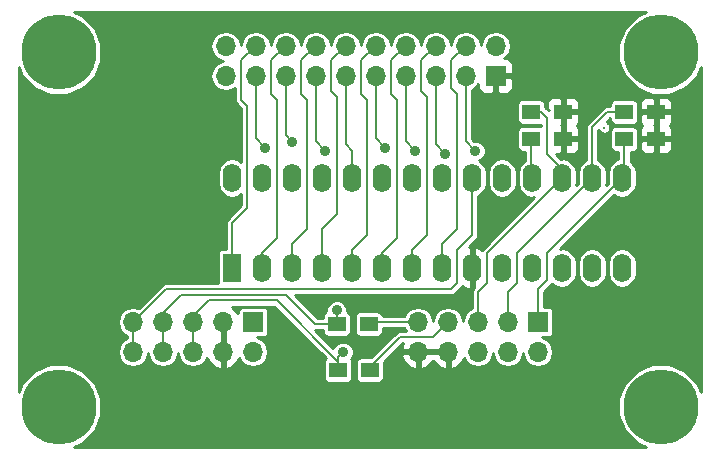
<source format=gbr>
G04 #@! TF.FileFunction,Copper,L1,Top,Signal*
%FSLAX46Y46*%
G04 Gerber Fmt 4.6, Leading zero omitted, Abs format (unit mm)*
G04 Created by KiCad (PCBNEW 4.0.5) date 05/28/17 11:37:27*
%MOMM*%
%LPD*%
G01*
G04 APERTURE LIST*
%ADD10C,0.150000*%
%ADD11R,1.500000X1.300000*%
%ADD12C,6.350000*%
%ADD13R,1.700000X1.700000*%
%ADD14O,1.700000X1.700000*%
%ADD15R,1.600000X2.400000*%
%ADD16O,1.600000X2.400000*%
%ADD17C,0.889000*%
%ADD18C,0.203200*%
%ADD19C,0.254000*%
G04 APERTURE END LIST*
D10*
D11*
X46722000Y-11336000D03*
X44022000Y-11336000D03*
X54596000Y-11336000D03*
X51896000Y-11336000D03*
X54596000Y-9050000D03*
X51896000Y-9050000D03*
X46722000Y-9050000D03*
X44022000Y-9050000D03*
X27550000Y-27000000D03*
X30250000Y-27000000D03*
X27650000Y-30900000D03*
X30350000Y-30900000D03*
D12*
X55000000Y-34000000D03*
D13*
X41000000Y-6000000D03*
D14*
X41000000Y-3460000D03*
X38460000Y-6000000D03*
X38460000Y-3460000D03*
X35920000Y-6000000D03*
X35920000Y-3460000D03*
X33380000Y-6000000D03*
X33380000Y-3460000D03*
X30840000Y-6000000D03*
X30840000Y-3460000D03*
X28300000Y-6000000D03*
X28300000Y-3460000D03*
X25760000Y-6000000D03*
X25760000Y-3460000D03*
X23220000Y-6000000D03*
X23220000Y-3460000D03*
X20680000Y-6000000D03*
X20680000Y-3460000D03*
X18140000Y-6000000D03*
X18140000Y-3460000D03*
D12*
X55000000Y-4000000D03*
X4000000Y-4000000D03*
X4000000Y-34000000D03*
D13*
X44610000Y-26830000D03*
D14*
X44610000Y-29370000D03*
X42070000Y-26830000D03*
X42070000Y-29370000D03*
X39530000Y-26830000D03*
X39530000Y-29370000D03*
X36990000Y-26830000D03*
X36990000Y-29370000D03*
X34450000Y-26830000D03*
X34450000Y-29370000D03*
D15*
X18702000Y-22258000D03*
D16*
X51722000Y-14638000D03*
X21242000Y-22258000D03*
X49182000Y-14638000D03*
X23782000Y-22258000D03*
X46642000Y-14638000D03*
X26322000Y-22258000D03*
X44102000Y-14638000D03*
X28862000Y-22258000D03*
X41562000Y-14638000D03*
X31402000Y-22258000D03*
X39022000Y-14638000D03*
X33942000Y-22258000D03*
X36482000Y-14638000D03*
X36482000Y-22258000D03*
X33942000Y-14638000D03*
X39022000Y-22258000D03*
X31402000Y-14638000D03*
X41562000Y-22258000D03*
X28862000Y-14638000D03*
X44102000Y-22258000D03*
X26322000Y-14638000D03*
X46642000Y-22258000D03*
X23782000Y-14638000D03*
X49182000Y-22258000D03*
X21242000Y-14638000D03*
X51722000Y-22258000D03*
X18702000Y-14638000D03*
D13*
X20480000Y-26830000D03*
D14*
X20480000Y-29370000D03*
X17940000Y-26830000D03*
X17940000Y-29370000D03*
X15400000Y-26830000D03*
X15400000Y-29370000D03*
X12860000Y-26830000D03*
X12860000Y-29370000D03*
X10320000Y-26830000D03*
X10320000Y-29370000D03*
D17*
X26576000Y-12352000D03*
X23782000Y-11590000D03*
X21496000Y-12098000D03*
X28100000Y-29370000D03*
X27550000Y-25856000D03*
X39276000Y-12352000D03*
X36736000Y-12606000D03*
X34196000Y-12352000D03*
X31656000Y-12098000D03*
D18*
X50198000Y-10367000D02*
X50151000Y-10320000D01*
X36482000Y-20226000D02*
X37752000Y-18956000D01*
X37752000Y-18956000D02*
X37752000Y-7526000D01*
X37752000Y-7526000D02*
X37244000Y-7018000D01*
X37244000Y-7018000D02*
X37244000Y-4676000D01*
X37244000Y-4676000D02*
X38460000Y-3460000D01*
X36482000Y-22258000D02*
X36482000Y-20226000D01*
X33942000Y-20734000D02*
X35212000Y-19464000D01*
X35212000Y-19464000D02*
X35212000Y-7780000D01*
X35212000Y-7780000D02*
X34704000Y-7272000D01*
X34704000Y-7272000D02*
X34704000Y-4676000D01*
X34704000Y-4676000D02*
X35920000Y-3460000D01*
X33942000Y-22258000D02*
X33942000Y-20734000D01*
X31402000Y-20988000D02*
X32672000Y-19718000D01*
X32672000Y-19718000D02*
X32672000Y-8034000D01*
X32672000Y-8034000D02*
X32164000Y-7526000D01*
X32164000Y-7526000D02*
X32164000Y-4676000D01*
X32164000Y-4676000D02*
X33380000Y-3460000D01*
X31402000Y-22258000D02*
X31402000Y-20988000D01*
X28862000Y-20734000D02*
X30132000Y-19464000D01*
X30132000Y-19464000D02*
X30132000Y-8034000D01*
X30132000Y-8034000D02*
X29624000Y-7526000D01*
X29624000Y-7526000D02*
X29624000Y-4676000D01*
X29624000Y-4676000D02*
X30840000Y-3460000D01*
X28862000Y-22258000D02*
X28862000Y-20734000D01*
X26322000Y-18956000D02*
X27592000Y-17686000D01*
X27592000Y-17686000D02*
X27592000Y-7780000D01*
X27592000Y-7780000D02*
X27084000Y-7272000D01*
X27084000Y-7272000D02*
X27084000Y-4676000D01*
X27084000Y-4676000D02*
X28300000Y-3460000D01*
X26322000Y-22258000D02*
X26322000Y-18956000D01*
X23782000Y-20226000D02*
X25052000Y-18956000D01*
X25052000Y-18956000D02*
X25052000Y-8034000D01*
X25052000Y-8034000D02*
X24544000Y-7526000D01*
X24544000Y-7526000D02*
X24544000Y-4676000D01*
X24544000Y-4676000D02*
X25760000Y-3460000D01*
X23782000Y-22258000D02*
X23782000Y-20226000D01*
X21242000Y-20988000D02*
X22512000Y-19718000D01*
X22512000Y-19718000D02*
X22512000Y-8034000D01*
X22512000Y-8034000D02*
X22004000Y-7526000D01*
X22004000Y-7526000D02*
X22004000Y-4676000D01*
X22004000Y-4676000D02*
X23220000Y-3460000D01*
X21242000Y-22258000D02*
X21242000Y-20988000D01*
X18702000Y-18448000D02*
X19972000Y-17178000D01*
X19972000Y-17178000D02*
X19972000Y-8542000D01*
X19972000Y-8542000D02*
X19464000Y-8034000D01*
X19464000Y-8034000D02*
X19464000Y-4676000D01*
X19464000Y-4676000D02*
X20680000Y-3460000D01*
X18702000Y-22258000D02*
X18702000Y-18448000D01*
X28300000Y-11790000D02*
X28862000Y-12352000D01*
X28862000Y-12352000D02*
X28862000Y-14638000D01*
X28300000Y-6000000D02*
X28300000Y-11790000D01*
X26576000Y-12352000D02*
X25760000Y-11536000D01*
X25760000Y-11536000D02*
X25760000Y-6000000D01*
X23220000Y-11028000D02*
X23220000Y-6000000D01*
X23782000Y-11590000D02*
X23220000Y-11028000D01*
X21496000Y-12098000D02*
X20680000Y-11282000D01*
X20680000Y-11282000D02*
X20680000Y-6000000D01*
X15400000Y-26830000D02*
X15400000Y-26322000D01*
X15400000Y-26322000D02*
X16720798Y-25001202D01*
X27650000Y-30190000D02*
X27650000Y-30900000D01*
X22461202Y-25001202D02*
X27650000Y-30190000D01*
X16720798Y-25001202D02*
X22461202Y-25001202D01*
X15400000Y-29370000D02*
X15400000Y-26830000D01*
X27650000Y-29820000D02*
X28100000Y-29370000D01*
X27650000Y-30900000D02*
X27650000Y-29820000D01*
X12860000Y-26830000D02*
X12860000Y-26068000D01*
X12860000Y-26068000D02*
X14384000Y-24544000D01*
X25730000Y-27000000D02*
X27550000Y-27000000D01*
X23274000Y-24544000D02*
X25730000Y-27000000D01*
X14384000Y-24544000D02*
X23274000Y-24544000D01*
X12860000Y-29370000D02*
X12860000Y-26830000D01*
X27550000Y-27000000D02*
X27550000Y-25856000D01*
X19210000Y-24036000D02*
X37244000Y-24036000D01*
X37244000Y-24036000D02*
X37752000Y-23528000D01*
X13114000Y-24036000D02*
X10320000Y-26830000D01*
X19210000Y-24036000D02*
X13114000Y-24036000D01*
X10320000Y-29370000D02*
X10320000Y-26830000D01*
X10320000Y-26830000D02*
X10320000Y-26576000D01*
X37752000Y-23528000D02*
X37752000Y-23274000D01*
X37752000Y-20734000D02*
X39022000Y-19464000D01*
X37752000Y-23274000D02*
X37752000Y-20734000D01*
X39022000Y-19464000D02*
X39022000Y-14638000D01*
X35720000Y-28100000D02*
X36990000Y-26830000D01*
X32926000Y-28100000D02*
X35720000Y-28100000D01*
X30350000Y-30676000D02*
X32926000Y-28100000D01*
X30350000Y-30900000D02*
X30350000Y-30676000D01*
X30420000Y-26830000D02*
X30250000Y-27000000D01*
X34450000Y-26830000D02*
X30420000Y-26830000D01*
X39276000Y-12352000D02*
X38460000Y-11536000D01*
X38460000Y-11536000D02*
X38460000Y-6000000D01*
X35920000Y-11790000D02*
X36736000Y-12606000D01*
X35920000Y-6000000D02*
X35920000Y-11790000D01*
X33380000Y-11536000D02*
X34196000Y-12352000D01*
X33380000Y-6000000D02*
X33380000Y-11536000D01*
X30840000Y-11282000D02*
X31656000Y-12098000D01*
X30840000Y-6000000D02*
X30840000Y-11282000D01*
X49182000Y-10320000D02*
X50452000Y-9050000D01*
X50452000Y-9050000D02*
X51896000Y-9050000D01*
X49182000Y-14638000D02*
X49182000Y-10320000D01*
X42070000Y-24290000D02*
X42832000Y-23528000D01*
X42832000Y-23528000D02*
X42832000Y-23274000D01*
X42070000Y-26830000D02*
X42070000Y-24290000D01*
X42832000Y-20988000D02*
X49182000Y-14638000D01*
X42832000Y-23274000D02*
X42832000Y-20988000D01*
X51896000Y-14464000D02*
X51722000Y-14638000D01*
X51896000Y-11336000D02*
X51896000Y-14464000D01*
X44610000Y-24036000D02*
X45372000Y-23274000D01*
X45372000Y-23274000D02*
X45372000Y-23020000D01*
X44610000Y-26830000D02*
X44610000Y-24036000D01*
X45372000Y-20988000D02*
X51722000Y-14638000D01*
X45372000Y-23020000D02*
X45372000Y-20988000D01*
X44022000Y-14558000D02*
X44102000Y-14638000D01*
X44022000Y-11336000D02*
X44022000Y-14558000D01*
X46642000Y-13876000D02*
X46642000Y-14638000D01*
X44864000Y-9050000D02*
X45372000Y-9558000D01*
X45372000Y-9558000D02*
X45372000Y-12606000D01*
X45372000Y-12606000D02*
X46642000Y-13876000D01*
X44022000Y-9050000D02*
X44864000Y-9050000D01*
X39530000Y-24290000D02*
X40292000Y-23528000D01*
X40292000Y-23528000D02*
X40292000Y-23020000D01*
X39530000Y-26830000D02*
X39530000Y-24290000D01*
X40292000Y-20988000D02*
X46642000Y-14638000D01*
X40292000Y-23020000D02*
X40292000Y-20988000D01*
D19*
G36*
X52959581Y-940521D02*
X51944087Y-1954245D01*
X51393828Y-3279416D01*
X51392576Y-4714289D01*
X51940521Y-6040419D01*
X52954245Y-7055913D01*
X54279416Y-7606172D01*
X55714289Y-7607424D01*
X57040419Y-7059479D01*
X58055913Y-6045755D01*
X58377700Y-5270806D01*
X58377700Y-32729736D01*
X58059479Y-31959581D01*
X57045755Y-30944087D01*
X55720584Y-30393828D01*
X54285711Y-30392576D01*
X52959581Y-30940521D01*
X51944087Y-31954245D01*
X51393828Y-33279416D01*
X51392576Y-34714289D01*
X51940521Y-36040419D01*
X52954245Y-37055913D01*
X53729194Y-37377700D01*
X5270264Y-37377700D01*
X6040419Y-37059479D01*
X7055913Y-36045755D01*
X7606172Y-34720584D01*
X7607424Y-33285711D01*
X7059479Y-31959581D01*
X6045755Y-30944087D01*
X4720584Y-30393828D01*
X3285711Y-30392576D01*
X1959581Y-30940521D01*
X944087Y-31954245D01*
X622300Y-32729194D01*
X622300Y-26804888D01*
X9038200Y-26804888D01*
X9038200Y-26855112D01*
X9135771Y-27345636D01*
X9413631Y-27761481D01*
X9786600Y-28010692D01*
X9786600Y-28189308D01*
X9413631Y-28438519D01*
X9135771Y-28854364D01*
X9038200Y-29344888D01*
X9038200Y-29395112D01*
X9135771Y-29885636D01*
X9413631Y-30301481D01*
X9829476Y-30579341D01*
X10320000Y-30676912D01*
X10810524Y-30579341D01*
X11226369Y-30301481D01*
X11504229Y-29885636D01*
X11590000Y-29454435D01*
X11675771Y-29885636D01*
X11953631Y-30301481D01*
X12369476Y-30579341D01*
X12860000Y-30676912D01*
X13350524Y-30579341D01*
X13766369Y-30301481D01*
X14044229Y-29885636D01*
X14130000Y-29454435D01*
X14215771Y-29885636D01*
X14493631Y-30301481D01*
X14909476Y-30579341D01*
X15400000Y-30676912D01*
X15890524Y-30579341D01*
X16306369Y-30301481D01*
X16577673Y-29895448D01*
X16744817Y-30251358D01*
X17173076Y-30641645D01*
X17583110Y-30811476D01*
X17813000Y-30690155D01*
X17813000Y-29497000D01*
X17793000Y-29497000D01*
X17793000Y-29243000D01*
X17813000Y-29243000D01*
X17813000Y-26957000D01*
X17793000Y-26957000D01*
X17793000Y-26703000D01*
X17813000Y-26703000D01*
X17813000Y-26683000D01*
X18067000Y-26683000D01*
X18067000Y-26703000D01*
X18087000Y-26703000D01*
X18087000Y-26957000D01*
X18067000Y-26957000D01*
X18067000Y-29243000D01*
X18087000Y-29243000D01*
X18087000Y-29497000D01*
X18067000Y-29497000D01*
X18067000Y-30690155D01*
X18296890Y-30811476D01*
X18706924Y-30641645D01*
X19135183Y-30251358D01*
X19302327Y-29895448D01*
X19573631Y-30301481D01*
X19989476Y-30579341D01*
X20480000Y-30676912D01*
X20970524Y-30579341D01*
X21386369Y-30301481D01*
X21664229Y-29885636D01*
X21761800Y-29395112D01*
X21761800Y-29344888D01*
X21664229Y-28854364D01*
X21386369Y-28438519D01*
X20970524Y-28160659D01*
X20767419Y-28120259D01*
X21330000Y-28120259D01*
X21490015Y-28090150D01*
X21636980Y-27995581D01*
X21735573Y-27851285D01*
X21770259Y-27680000D01*
X21770259Y-25980000D01*
X21740150Y-25819985D01*
X21645581Y-25673020D01*
X21501285Y-25574427D01*
X21330000Y-25539741D01*
X19630000Y-25539741D01*
X19469985Y-25569850D01*
X19323020Y-25664419D01*
X19224427Y-25808715D01*
X19189741Y-25980000D01*
X19189741Y-26064815D01*
X19135183Y-25948642D01*
X18706924Y-25558355D01*
X18649576Y-25534602D01*
X22240260Y-25534602D01*
X26621653Y-29915994D01*
X26593020Y-29934419D01*
X26494427Y-30078715D01*
X26459741Y-30250000D01*
X26459741Y-31550000D01*
X26489850Y-31710015D01*
X26584419Y-31856980D01*
X26728715Y-31955573D01*
X26900000Y-31990259D01*
X28400000Y-31990259D01*
X28560015Y-31960150D01*
X28706980Y-31865581D01*
X28805573Y-31721285D01*
X28840259Y-31550000D01*
X28840259Y-30250000D01*
X28810150Y-30089985D01*
X28735433Y-29973871D01*
X28842458Y-29867032D01*
X28976148Y-29545072D01*
X28976452Y-29196458D01*
X28843324Y-28874264D01*
X28597032Y-28627542D01*
X28275072Y-28493852D01*
X27926458Y-28493548D01*
X27604264Y-28626676D01*
X27357542Y-28872968D01*
X27278254Y-29063913D01*
X25747741Y-27533400D01*
X26359741Y-27533400D01*
X26359741Y-27650000D01*
X26389850Y-27810015D01*
X26484419Y-27956980D01*
X26628715Y-28055573D01*
X26800000Y-28090259D01*
X28300000Y-28090259D01*
X28460015Y-28060150D01*
X28606980Y-27965581D01*
X28705573Y-27821285D01*
X28740259Y-27650000D01*
X28740259Y-26350000D01*
X29059741Y-26350000D01*
X29059741Y-27650000D01*
X29089850Y-27810015D01*
X29184419Y-27956980D01*
X29328715Y-28055573D01*
X29500000Y-28090259D01*
X31000000Y-28090259D01*
X31160015Y-28060150D01*
X31306980Y-27965581D01*
X31405573Y-27821285D01*
X31440259Y-27650000D01*
X31440259Y-27363400D01*
X33277641Y-27363400D01*
X33413415Y-27566600D01*
X32926000Y-27566600D01*
X32721877Y-27607203D01*
X32548829Y-27722829D01*
X30461917Y-29809741D01*
X29600000Y-29809741D01*
X29439985Y-29839850D01*
X29293020Y-29934419D01*
X29194427Y-30078715D01*
X29159741Y-30250000D01*
X29159741Y-31550000D01*
X29189850Y-31710015D01*
X29284419Y-31856980D01*
X29428715Y-31955573D01*
X29600000Y-31990259D01*
X31100000Y-31990259D01*
X31260015Y-31960150D01*
X31406980Y-31865581D01*
X31505573Y-31721285D01*
X31540259Y-31550000D01*
X31540259Y-30250000D01*
X31538688Y-30241654D01*
X32053450Y-29726892D01*
X33008514Y-29726892D01*
X33254817Y-30251358D01*
X33683076Y-30641645D01*
X34093110Y-30811476D01*
X34323000Y-30690155D01*
X34323000Y-29497000D01*
X34577000Y-29497000D01*
X34577000Y-30690155D01*
X34806890Y-30811476D01*
X35216924Y-30641645D01*
X35645183Y-30251358D01*
X35720000Y-30092046D01*
X35794817Y-30251358D01*
X36223076Y-30641645D01*
X36633110Y-30811476D01*
X36863000Y-30690155D01*
X36863000Y-29497000D01*
X34577000Y-29497000D01*
X34323000Y-29497000D01*
X33129181Y-29497000D01*
X33008514Y-29726892D01*
X32053450Y-29726892D01*
X33146942Y-28633400D01*
X33186835Y-28633400D01*
X33008514Y-29013108D01*
X33129181Y-29243000D01*
X34323000Y-29243000D01*
X34323000Y-29223000D01*
X34577000Y-29223000D01*
X34577000Y-29243000D01*
X36863000Y-29243000D01*
X36863000Y-29223000D01*
X37117000Y-29223000D01*
X37117000Y-29243000D01*
X37137000Y-29243000D01*
X37137000Y-29497000D01*
X37117000Y-29497000D01*
X37117000Y-30690155D01*
X37346890Y-30811476D01*
X37756924Y-30641645D01*
X38185183Y-30251358D01*
X38352327Y-29895448D01*
X38623631Y-30301481D01*
X39039476Y-30579341D01*
X39530000Y-30676912D01*
X40020524Y-30579341D01*
X40436369Y-30301481D01*
X40714229Y-29885636D01*
X40800000Y-29454435D01*
X40885771Y-29885636D01*
X41163631Y-30301481D01*
X41579476Y-30579341D01*
X42070000Y-30676912D01*
X42560524Y-30579341D01*
X42976369Y-30301481D01*
X43254229Y-29885636D01*
X43340000Y-29454435D01*
X43425771Y-29885636D01*
X43703631Y-30301481D01*
X44119476Y-30579341D01*
X44610000Y-30676912D01*
X45100524Y-30579341D01*
X45516369Y-30301481D01*
X45794229Y-29885636D01*
X45891800Y-29395112D01*
X45891800Y-29344888D01*
X45794229Y-28854364D01*
X45516369Y-28438519D01*
X45100524Y-28160659D01*
X44897419Y-28120259D01*
X45460000Y-28120259D01*
X45620015Y-28090150D01*
X45766980Y-27995581D01*
X45865573Y-27851285D01*
X45900259Y-27680000D01*
X45900259Y-25980000D01*
X45870150Y-25819985D01*
X45775581Y-25673020D01*
X45631285Y-25574427D01*
X45460000Y-25539741D01*
X45143400Y-25539741D01*
X45143400Y-24256942D01*
X45749171Y-23651171D01*
X45797566Y-23578743D01*
X46170611Y-23828004D01*
X46642000Y-23921769D01*
X47113389Y-23828004D01*
X47513014Y-23560983D01*
X47780035Y-23161358D01*
X47873800Y-22689969D01*
X47873800Y-21826031D01*
X47950200Y-21826031D01*
X47950200Y-22689969D01*
X48043965Y-23161358D01*
X48310986Y-23560983D01*
X48710611Y-23828004D01*
X49182000Y-23921769D01*
X49653389Y-23828004D01*
X50053014Y-23560983D01*
X50320035Y-23161358D01*
X50413800Y-22689969D01*
X50413800Y-21826031D01*
X50490200Y-21826031D01*
X50490200Y-22689969D01*
X50583965Y-23161358D01*
X50850986Y-23560983D01*
X51250611Y-23828004D01*
X51722000Y-23921769D01*
X52193389Y-23828004D01*
X52593014Y-23560983D01*
X52860035Y-23161358D01*
X52953800Y-22689969D01*
X52953800Y-21826031D01*
X52860035Y-21354642D01*
X52593014Y-20955017D01*
X52193389Y-20687996D01*
X51722000Y-20594231D01*
X51250611Y-20687996D01*
X50850986Y-20955017D01*
X50583965Y-21354642D01*
X50490200Y-21826031D01*
X50413800Y-21826031D01*
X50320035Y-21354642D01*
X50053014Y-20955017D01*
X49653389Y-20687996D01*
X49182000Y-20594231D01*
X48710611Y-20687996D01*
X48310986Y-20955017D01*
X48043965Y-21354642D01*
X47950200Y-21826031D01*
X47873800Y-21826031D01*
X47780035Y-21354642D01*
X47513014Y-20955017D01*
X47113389Y-20687996D01*
X46642000Y-20594231D01*
X46489846Y-20624496D01*
X51044234Y-16070108D01*
X51250611Y-16208004D01*
X51722000Y-16301769D01*
X52193389Y-16208004D01*
X52593014Y-15940983D01*
X52860035Y-15541358D01*
X52953800Y-15069969D01*
X52953800Y-14206031D01*
X52860035Y-13734642D01*
X52593014Y-13335017D01*
X52429400Y-13225694D01*
X52429400Y-12426259D01*
X52646000Y-12426259D01*
X52806015Y-12396150D01*
X52952980Y-12301581D01*
X53051573Y-12157285D01*
X53086259Y-11986000D01*
X53086259Y-11621750D01*
X53211000Y-11621750D01*
X53211000Y-12112310D01*
X53307673Y-12345699D01*
X53486302Y-12524327D01*
X53719691Y-12621000D01*
X54310250Y-12621000D01*
X54469000Y-12462250D01*
X54469000Y-11463000D01*
X54723000Y-11463000D01*
X54723000Y-12462250D01*
X54881750Y-12621000D01*
X55472309Y-12621000D01*
X55705698Y-12524327D01*
X55884327Y-12345699D01*
X55981000Y-12112310D01*
X55981000Y-11621750D01*
X55822250Y-11463000D01*
X54723000Y-11463000D01*
X54469000Y-11463000D01*
X53369750Y-11463000D01*
X53211000Y-11621750D01*
X53086259Y-11621750D01*
X53086259Y-10686000D01*
X53056150Y-10525985D01*
X52961581Y-10379020D01*
X52817285Y-10280427D01*
X52646000Y-10245741D01*
X51146000Y-10245741D01*
X50985985Y-10275850D01*
X50839020Y-10370419D01*
X50740427Y-10514715D01*
X50705741Y-10686000D01*
X50705741Y-11986000D01*
X50735850Y-12146015D01*
X50830419Y-12292980D01*
X50974715Y-12391573D01*
X51146000Y-12426259D01*
X51362600Y-12426259D01*
X51362600Y-13045720D01*
X51250611Y-13067996D01*
X50850986Y-13335017D01*
X50583965Y-13734642D01*
X50490200Y-14206031D01*
X50490200Y-15069969D01*
X50497747Y-15107911D01*
X50383535Y-15222123D01*
X50413800Y-15069969D01*
X50413800Y-14206031D01*
X50320035Y-13734642D01*
X50053014Y-13335017D01*
X49715400Y-13109430D01*
X49715400Y-10609725D01*
X49773829Y-10697171D01*
X49820829Y-10744171D01*
X49993877Y-10859797D01*
X50198000Y-10900400D01*
X50402123Y-10859797D01*
X50575171Y-10744171D01*
X50690797Y-10571123D01*
X50731400Y-10367000D01*
X50690797Y-10162877D01*
X50575171Y-9989829D01*
X50528171Y-9942829D01*
X50399492Y-9856850D01*
X50672942Y-9583400D01*
X50705741Y-9583400D01*
X50705741Y-9700000D01*
X50735850Y-9860015D01*
X50830419Y-10006980D01*
X50974715Y-10105573D01*
X51146000Y-10140259D01*
X52646000Y-10140259D01*
X52806015Y-10110150D01*
X52952980Y-10015581D01*
X53051573Y-9871285D01*
X53086259Y-9700000D01*
X53086259Y-9335750D01*
X53211000Y-9335750D01*
X53211000Y-9826310D01*
X53307673Y-10059699D01*
X53440975Y-10193000D01*
X53307673Y-10326301D01*
X53211000Y-10559690D01*
X53211000Y-11050250D01*
X53369750Y-11209000D01*
X54469000Y-11209000D01*
X54469000Y-10209750D01*
X54452250Y-10193000D01*
X54469000Y-10176250D01*
X54469000Y-9177000D01*
X54723000Y-9177000D01*
X54723000Y-10176250D01*
X54739750Y-10193000D01*
X54723000Y-10209750D01*
X54723000Y-11209000D01*
X55822250Y-11209000D01*
X55981000Y-11050250D01*
X55981000Y-10559690D01*
X55884327Y-10326301D01*
X55751025Y-10193000D01*
X55884327Y-10059699D01*
X55981000Y-9826310D01*
X55981000Y-9335750D01*
X55822250Y-9177000D01*
X54723000Y-9177000D01*
X54469000Y-9177000D01*
X53369750Y-9177000D01*
X53211000Y-9335750D01*
X53086259Y-9335750D01*
X53086259Y-8400000D01*
X53062493Y-8273690D01*
X53211000Y-8273690D01*
X53211000Y-8764250D01*
X53369750Y-8923000D01*
X54469000Y-8923000D01*
X54469000Y-7923750D01*
X54723000Y-7923750D01*
X54723000Y-8923000D01*
X55822250Y-8923000D01*
X55981000Y-8764250D01*
X55981000Y-8273690D01*
X55884327Y-8040301D01*
X55705698Y-7861673D01*
X55472309Y-7765000D01*
X54881750Y-7765000D01*
X54723000Y-7923750D01*
X54469000Y-7923750D01*
X54310250Y-7765000D01*
X53719691Y-7765000D01*
X53486302Y-7861673D01*
X53307673Y-8040301D01*
X53211000Y-8273690D01*
X53062493Y-8273690D01*
X53056150Y-8239985D01*
X52961581Y-8093020D01*
X52817285Y-7994427D01*
X52646000Y-7959741D01*
X51146000Y-7959741D01*
X50985985Y-7989850D01*
X50839020Y-8084419D01*
X50740427Y-8228715D01*
X50705741Y-8400000D01*
X50705741Y-8516600D01*
X50452000Y-8516600D01*
X50247876Y-8557203D01*
X50074829Y-8672829D01*
X48804829Y-9942829D01*
X48689203Y-10115877D01*
X48648600Y-10320000D01*
X48648600Y-13109430D01*
X48310986Y-13335017D01*
X48043965Y-13734642D01*
X47950200Y-14206031D01*
X47950200Y-15069969D01*
X47957747Y-15107911D01*
X47843535Y-15222123D01*
X47873800Y-15069969D01*
X47873800Y-14206031D01*
X47780035Y-13734642D01*
X47513014Y-13335017D01*
X47113389Y-13067996D01*
X46642000Y-12974231D01*
X46519033Y-12998691D01*
X46141342Y-12621000D01*
X46436250Y-12621000D01*
X46595000Y-12462250D01*
X46595000Y-11463000D01*
X46849000Y-11463000D01*
X46849000Y-12462250D01*
X47007750Y-12621000D01*
X47598309Y-12621000D01*
X47831698Y-12524327D01*
X48010327Y-12345699D01*
X48107000Y-12112310D01*
X48107000Y-11621750D01*
X47948250Y-11463000D01*
X46849000Y-11463000D01*
X46595000Y-11463000D01*
X46575000Y-11463000D01*
X46575000Y-11209000D01*
X46595000Y-11209000D01*
X46595000Y-10209750D01*
X46578250Y-10193000D01*
X46595000Y-10176250D01*
X46595000Y-9177000D01*
X46849000Y-9177000D01*
X46849000Y-10176250D01*
X46865750Y-10193000D01*
X46849000Y-10209750D01*
X46849000Y-11209000D01*
X47948250Y-11209000D01*
X48107000Y-11050250D01*
X48107000Y-10559690D01*
X48010327Y-10326301D01*
X47877025Y-10193000D01*
X48010327Y-10059699D01*
X48107000Y-9826310D01*
X48107000Y-9335750D01*
X47948250Y-9177000D01*
X46849000Y-9177000D01*
X46595000Y-9177000D01*
X46575000Y-9177000D01*
X46575000Y-8923000D01*
X46595000Y-8923000D01*
X46595000Y-7923750D01*
X46849000Y-7923750D01*
X46849000Y-8923000D01*
X47948250Y-8923000D01*
X48107000Y-8764250D01*
X48107000Y-8273690D01*
X48010327Y-8040301D01*
X47831698Y-7861673D01*
X47598309Y-7765000D01*
X47007750Y-7765000D01*
X46849000Y-7923750D01*
X46595000Y-7923750D01*
X46436250Y-7765000D01*
X45845691Y-7765000D01*
X45612302Y-7861673D01*
X45433673Y-8040301D01*
X45337000Y-8273690D01*
X45337000Y-8764250D01*
X45495748Y-8922998D01*
X45491340Y-8922998D01*
X45241171Y-8672829D01*
X45212259Y-8653511D01*
X45212259Y-8400000D01*
X45182150Y-8239985D01*
X45087581Y-8093020D01*
X44943285Y-7994427D01*
X44772000Y-7959741D01*
X43272000Y-7959741D01*
X43111985Y-7989850D01*
X42965020Y-8084419D01*
X42866427Y-8228715D01*
X42831741Y-8400000D01*
X42831741Y-9700000D01*
X42861850Y-9860015D01*
X42956419Y-10006980D01*
X43100715Y-10105573D01*
X43272000Y-10140259D01*
X44772000Y-10140259D01*
X44838600Y-10127727D01*
X44838600Y-10259228D01*
X44772000Y-10245741D01*
X43272000Y-10245741D01*
X43111985Y-10275850D01*
X42965020Y-10370419D01*
X42866427Y-10514715D01*
X42831741Y-10686000D01*
X42831741Y-11986000D01*
X42861850Y-12146015D01*
X42956419Y-12292980D01*
X43100715Y-12391573D01*
X43272000Y-12426259D01*
X43488600Y-12426259D01*
X43488600Y-13162885D01*
X43230986Y-13335017D01*
X42963965Y-13734642D01*
X42870200Y-14206031D01*
X42870200Y-15069969D01*
X42963965Y-15541358D01*
X43230986Y-15940983D01*
X43630611Y-16208004D01*
X44102000Y-16301769D01*
X44254154Y-16271504D01*
X39914829Y-20610829D01*
X39853613Y-20702445D01*
X39453819Y-20483633D01*
X39371039Y-20466096D01*
X39149000Y-20588085D01*
X39149000Y-22131000D01*
X39169000Y-22131000D01*
X39169000Y-22385000D01*
X39149000Y-22385000D01*
X39149000Y-23918560D01*
X39037203Y-24085877D01*
X38996600Y-24290000D01*
X38996600Y-25649308D01*
X38623631Y-25898519D01*
X38345771Y-26314364D01*
X38260000Y-26745565D01*
X38174229Y-26314364D01*
X37896369Y-25898519D01*
X37480524Y-25620659D01*
X36990000Y-25523088D01*
X36499476Y-25620659D01*
X36083631Y-25898519D01*
X35805771Y-26314364D01*
X35720000Y-26745565D01*
X35634229Y-26314364D01*
X35356369Y-25898519D01*
X34940524Y-25620659D01*
X34450000Y-25523088D01*
X33959476Y-25620659D01*
X33543631Y-25898519D01*
X33277641Y-26296600D01*
X31430211Y-26296600D01*
X31410150Y-26189985D01*
X31315581Y-26043020D01*
X31171285Y-25944427D01*
X31000000Y-25909741D01*
X29500000Y-25909741D01*
X29339985Y-25939850D01*
X29193020Y-26034419D01*
X29094427Y-26178715D01*
X29059741Y-26350000D01*
X28740259Y-26350000D01*
X28710150Y-26189985D01*
X28615581Y-26043020D01*
X28471285Y-25944427D01*
X28426232Y-25935303D01*
X28426452Y-25682458D01*
X28293324Y-25360264D01*
X28047032Y-25113542D01*
X27725072Y-24979852D01*
X27376458Y-24979548D01*
X27054264Y-25112676D01*
X26807542Y-25358968D01*
X26673852Y-25680928D01*
X26673632Y-25933519D01*
X26639985Y-25939850D01*
X26493020Y-26034419D01*
X26394427Y-26178715D01*
X26359741Y-26350000D01*
X26359741Y-26466600D01*
X25950941Y-26466600D01*
X24053742Y-24569400D01*
X37244000Y-24569400D01*
X37448123Y-24528797D01*
X37621171Y-24413171D01*
X38129168Y-23905173D01*
X38129171Y-23905171D01*
X38190387Y-23813555D01*
X38590181Y-24032367D01*
X38672961Y-24049904D01*
X38895000Y-23927915D01*
X38895000Y-22385000D01*
X38875000Y-22385000D01*
X38875000Y-22131000D01*
X38895000Y-22131000D01*
X38895000Y-20588085D01*
X38738331Y-20502011D01*
X39399171Y-19841171D01*
X39514797Y-19668124D01*
X39555400Y-19464000D01*
X39555400Y-16166570D01*
X39893014Y-15940983D01*
X40160035Y-15541358D01*
X40253800Y-15069969D01*
X40253800Y-14206031D01*
X40330200Y-14206031D01*
X40330200Y-15069969D01*
X40423965Y-15541358D01*
X40690986Y-15940983D01*
X41090611Y-16208004D01*
X41562000Y-16301769D01*
X42033389Y-16208004D01*
X42433014Y-15940983D01*
X42700035Y-15541358D01*
X42793800Y-15069969D01*
X42793800Y-14206031D01*
X42700035Y-13734642D01*
X42433014Y-13335017D01*
X42033389Y-13067996D01*
X41562000Y-12974231D01*
X41090611Y-13067996D01*
X40690986Y-13335017D01*
X40423965Y-13734642D01*
X40330200Y-14206031D01*
X40253800Y-14206031D01*
X40160035Y-13734642D01*
X39893014Y-13335017D01*
X39625017Y-13155947D01*
X39771736Y-13095324D01*
X40018458Y-12849032D01*
X40152148Y-12527072D01*
X40152452Y-12178458D01*
X40019324Y-11856264D01*
X39773032Y-11609542D01*
X39451072Y-11475852D01*
X39153935Y-11475593D01*
X38993400Y-11315058D01*
X38993400Y-7180692D01*
X39366369Y-6931481D01*
X39515000Y-6709040D01*
X39515000Y-6976309D01*
X39611673Y-7209698D01*
X39790301Y-7388327D01*
X40023690Y-7485000D01*
X40714250Y-7485000D01*
X40873000Y-7326250D01*
X40873000Y-6127000D01*
X41127000Y-6127000D01*
X41127000Y-7326250D01*
X41285750Y-7485000D01*
X41976310Y-7485000D01*
X42209699Y-7388327D01*
X42388327Y-7209698D01*
X42485000Y-6976309D01*
X42485000Y-6285750D01*
X42326250Y-6127000D01*
X41127000Y-6127000D01*
X40873000Y-6127000D01*
X40853000Y-6127000D01*
X40853000Y-5873000D01*
X40873000Y-5873000D01*
X40873000Y-5853000D01*
X41127000Y-5853000D01*
X41127000Y-5873000D01*
X42326250Y-5873000D01*
X42485000Y-5714250D01*
X42485000Y-5023691D01*
X42388327Y-4790302D01*
X42209699Y-4611673D01*
X41976310Y-4515000D01*
X41721511Y-4515000D01*
X41906369Y-4391481D01*
X42184229Y-3975636D01*
X42281800Y-3485112D01*
X42281800Y-3434888D01*
X42184229Y-2944364D01*
X41906369Y-2528519D01*
X41490524Y-2250659D01*
X41000000Y-2153088D01*
X40509476Y-2250659D01*
X40093631Y-2528519D01*
X39815771Y-2944364D01*
X39730000Y-3375565D01*
X39644229Y-2944364D01*
X39366369Y-2528519D01*
X38950524Y-2250659D01*
X38460000Y-2153088D01*
X37969476Y-2250659D01*
X37553631Y-2528519D01*
X37275771Y-2944364D01*
X37190000Y-3375565D01*
X37104229Y-2944364D01*
X36826369Y-2528519D01*
X36410524Y-2250659D01*
X35920000Y-2153088D01*
X35429476Y-2250659D01*
X35013631Y-2528519D01*
X34735771Y-2944364D01*
X34650000Y-3375565D01*
X34564229Y-2944364D01*
X34286369Y-2528519D01*
X33870524Y-2250659D01*
X33380000Y-2153088D01*
X32889476Y-2250659D01*
X32473631Y-2528519D01*
X32195771Y-2944364D01*
X32110000Y-3375565D01*
X32024229Y-2944364D01*
X31746369Y-2528519D01*
X31330524Y-2250659D01*
X30840000Y-2153088D01*
X30349476Y-2250659D01*
X29933631Y-2528519D01*
X29655771Y-2944364D01*
X29570000Y-3375565D01*
X29484229Y-2944364D01*
X29206369Y-2528519D01*
X28790524Y-2250659D01*
X28300000Y-2153088D01*
X27809476Y-2250659D01*
X27393631Y-2528519D01*
X27115771Y-2944364D01*
X27030000Y-3375565D01*
X26944229Y-2944364D01*
X26666369Y-2528519D01*
X26250524Y-2250659D01*
X25760000Y-2153088D01*
X25269476Y-2250659D01*
X24853631Y-2528519D01*
X24575771Y-2944364D01*
X24490000Y-3375565D01*
X24404229Y-2944364D01*
X24126369Y-2528519D01*
X23710524Y-2250659D01*
X23220000Y-2153088D01*
X22729476Y-2250659D01*
X22313631Y-2528519D01*
X22035771Y-2944364D01*
X21950000Y-3375565D01*
X21864229Y-2944364D01*
X21586369Y-2528519D01*
X21170524Y-2250659D01*
X20680000Y-2153088D01*
X20189476Y-2250659D01*
X19773631Y-2528519D01*
X19495771Y-2944364D01*
X19410000Y-3375565D01*
X19324229Y-2944364D01*
X19046369Y-2528519D01*
X18630524Y-2250659D01*
X18140000Y-2153088D01*
X17649476Y-2250659D01*
X17233631Y-2528519D01*
X16955771Y-2944364D01*
X16858200Y-3434888D01*
X16858200Y-3485112D01*
X16955771Y-3975636D01*
X17233631Y-4391481D01*
X17649476Y-4669341D01*
X17954430Y-4730000D01*
X17649476Y-4790659D01*
X17233631Y-5068519D01*
X16955771Y-5484364D01*
X16858200Y-5974888D01*
X16858200Y-6025112D01*
X16955771Y-6515636D01*
X17233631Y-6931481D01*
X17649476Y-7209341D01*
X18140000Y-7306912D01*
X18630524Y-7209341D01*
X18930600Y-7008836D01*
X18930600Y-8034000D01*
X18971203Y-8238123D01*
X19086829Y-8411171D01*
X19438600Y-8762941D01*
X19438600Y-13245204D01*
X19173389Y-13067996D01*
X18702000Y-12974231D01*
X18230611Y-13067996D01*
X17830986Y-13335017D01*
X17563965Y-13734642D01*
X17470200Y-14206031D01*
X17470200Y-15069969D01*
X17563965Y-15541358D01*
X17830986Y-15940983D01*
X18230611Y-16208004D01*
X18702000Y-16301769D01*
X19173389Y-16208004D01*
X19438600Y-16030796D01*
X19438600Y-16957058D01*
X18324829Y-18070829D01*
X18209203Y-18243877D01*
X18168600Y-18448000D01*
X18168600Y-20617741D01*
X17902000Y-20617741D01*
X17741985Y-20647850D01*
X17595020Y-20742419D01*
X17496427Y-20886715D01*
X17461741Y-21058000D01*
X17461741Y-23458000D01*
X17470133Y-23502600D01*
X13114005Y-23502600D01*
X13114000Y-23502599D01*
X12909877Y-23543203D01*
X12736829Y-23658829D01*
X10780893Y-25614765D01*
X10320000Y-25523088D01*
X9829476Y-25620659D01*
X9413631Y-25898519D01*
X9135771Y-26314364D01*
X9038200Y-26804888D01*
X622300Y-26804888D01*
X622300Y-5270264D01*
X940521Y-6040419D01*
X1954245Y-7055913D01*
X3279416Y-7606172D01*
X4714289Y-7607424D01*
X6040419Y-7059479D01*
X7055913Y-6045755D01*
X7606172Y-4720584D01*
X7607424Y-3285711D01*
X7059479Y-1959581D01*
X6045755Y-944087D01*
X5270806Y-622300D01*
X53729736Y-622300D01*
X52959581Y-940521D01*
X52959581Y-940521D01*
G37*
X52959581Y-940521D02*
X51944087Y-1954245D01*
X51393828Y-3279416D01*
X51392576Y-4714289D01*
X51940521Y-6040419D01*
X52954245Y-7055913D01*
X54279416Y-7606172D01*
X55714289Y-7607424D01*
X57040419Y-7059479D01*
X58055913Y-6045755D01*
X58377700Y-5270806D01*
X58377700Y-32729736D01*
X58059479Y-31959581D01*
X57045755Y-30944087D01*
X55720584Y-30393828D01*
X54285711Y-30392576D01*
X52959581Y-30940521D01*
X51944087Y-31954245D01*
X51393828Y-33279416D01*
X51392576Y-34714289D01*
X51940521Y-36040419D01*
X52954245Y-37055913D01*
X53729194Y-37377700D01*
X5270264Y-37377700D01*
X6040419Y-37059479D01*
X7055913Y-36045755D01*
X7606172Y-34720584D01*
X7607424Y-33285711D01*
X7059479Y-31959581D01*
X6045755Y-30944087D01*
X4720584Y-30393828D01*
X3285711Y-30392576D01*
X1959581Y-30940521D01*
X944087Y-31954245D01*
X622300Y-32729194D01*
X622300Y-26804888D01*
X9038200Y-26804888D01*
X9038200Y-26855112D01*
X9135771Y-27345636D01*
X9413631Y-27761481D01*
X9786600Y-28010692D01*
X9786600Y-28189308D01*
X9413631Y-28438519D01*
X9135771Y-28854364D01*
X9038200Y-29344888D01*
X9038200Y-29395112D01*
X9135771Y-29885636D01*
X9413631Y-30301481D01*
X9829476Y-30579341D01*
X10320000Y-30676912D01*
X10810524Y-30579341D01*
X11226369Y-30301481D01*
X11504229Y-29885636D01*
X11590000Y-29454435D01*
X11675771Y-29885636D01*
X11953631Y-30301481D01*
X12369476Y-30579341D01*
X12860000Y-30676912D01*
X13350524Y-30579341D01*
X13766369Y-30301481D01*
X14044229Y-29885636D01*
X14130000Y-29454435D01*
X14215771Y-29885636D01*
X14493631Y-30301481D01*
X14909476Y-30579341D01*
X15400000Y-30676912D01*
X15890524Y-30579341D01*
X16306369Y-30301481D01*
X16577673Y-29895448D01*
X16744817Y-30251358D01*
X17173076Y-30641645D01*
X17583110Y-30811476D01*
X17813000Y-30690155D01*
X17813000Y-29497000D01*
X17793000Y-29497000D01*
X17793000Y-29243000D01*
X17813000Y-29243000D01*
X17813000Y-26957000D01*
X17793000Y-26957000D01*
X17793000Y-26703000D01*
X17813000Y-26703000D01*
X17813000Y-26683000D01*
X18067000Y-26683000D01*
X18067000Y-26703000D01*
X18087000Y-26703000D01*
X18087000Y-26957000D01*
X18067000Y-26957000D01*
X18067000Y-29243000D01*
X18087000Y-29243000D01*
X18087000Y-29497000D01*
X18067000Y-29497000D01*
X18067000Y-30690155D01*
X18296890Y-30811476D01*
X18706924Y-30641645D01*
X19135183Y-30251358D01*
X19302327Y-29895448D01*
X19573631Y-30301481D01*
X19989476Y-30579341D01*
X20480000Y-30676912D01*
X20970524Y-30579341D01*
X21386369Y-30301481D01*
X21664229Y-29885636D01*
X21761800Y-29395112D01*
X21761800Y-29344888D01*
X21664229Y-28854364D01*
X21386369Y-28438519D01*
X20970524Y-28160659D01*
X20767419Y-28120259D01*
X21330000Y-28120259D01*
X21490015Y-28090150D01*
X21636980Y-27995581D01*
X21735573Y-27851285D01*
X21770259Y-27680000D01*
X21770259Y-25980000D01*
X21740150Y-25819985D01*
X21645581Y-25673020D01*
X21501285Y-25574427D01*
X21330000Y-25539741D01*
X19630000Y-25539741D01*
X19469985Y-25569850D01*
X19323020Y-25664419D01*
X19224427Y-25808715D01*
X19189741Y-25980000D01*
X19189741Y-26064815D01*
X19135183Y-25948642D01*
X18706924Y-25558355D01*
X18649576Y-25534602D01*
X22240260Y-25534602D01*
X26621653Y-29915994D01*
X26593020Y-29934419D01*
X26494427Y-30078715D01*
X26459741Y-30250000D01*
X26459741Y-31550000D01*
X26489850Y-31710015D01*
X26584419Y-31856980D01*
X26728715Y-31955573D01*
X26900000Y-31990259D01*
X28400000Y-31990259D01*
X28560015Y-31960150D01*
X28706980Y-31865581D01*
X28805573Y-31721285D01*
X28840259Y-31550000D01*
X28840259Y-30250000D01*
X28810150Y-30089985D01*
X28735433Y-29973871D01*
X28842458Y-29867032D01*
X28976148Y-29545072D01*
X28976452Y-29196458D01*
X28843324Y-28874264D01*
X28597032Y-28627542D01*
X28275072Y-28493852D01*
X27926458Y-28493548D01*
X27604264Y-28626676D01*
X27357542Y-28872968D01*
X27278254Y-29063913D01*
X25747741Y-27533400D01*
X26359741Y-27533400D01*
X26359741Y-27650000D01*
X26389850Y-27810015D01*
X26484419Y-27956980D01*
X26628715Y-28055573D01*
X26800000Y-28090259D01*
X28300000Y-28090259D01*
X28460015Y-28060150D01*
X28606980Y-27965581D01*
X28705573Y-27821285D01*
X28740259Y-27650000D01*
X28740259Y-26350000D01*
X29059741Y-26350000D01*
X29059741Y-27650000D01*
X29089850Y-27810015D01*
X29184419Y-27956980D01*
X29328715Y-28055573D01*
X29500000Y-28090259D01*
X31000000Y-28090259D01*
X31160015Y-28060150D01*
X31306980Y-27965581D01*
X31405573Y-27821285D01*
X31440259Y-27650000D01*
X31440259Y-27363400D01*
X33277641Y-27363400D01*
X33413415Y-27566600D01*
X32926000Y-27566600D01*
X32721877Y-27607203D01*
X32548829Y-27722829D01*
X30461917Y-29809741D01*
X29600000Y-29809741D01*
X29439985Y-29839850D01*
X29293020Y-29934419D01*
X29194427Y-30078715D01*
X29159741Y-30250000D01*
X29159741Y-31550000D01*
X29189850Y-31710015D01*
X29284419Y-31856980D01*
X29428715Y-31955573D01*
X29600000Y-31990259D01*
X31100000Y-31990259D01*
X31260015Y-31960150D01*
X31406980Y-31865581D01*
X31505573Y-31721285D01*
X31540259Y-31550000D01*
X31540259Y-30250000D01*
X31538688Y-30241654D01*
X32053450Y-29726892D01*
X33008514Y-29726892D01*
X33254817Y-30251358D01*
X33683076Y-30641645D01*
X34093110Y-30811476D01*
X34323000Y-30690155D01*
X34323000Y-29497000D01*
X34577000Y-29497000D01*
X34577000Y-30690155D01*
X34806890Y-30811476D01*
X35216924Y-30641645D01*
X35645183Y-30251358D01*
X35720000Y-30092046D01*
X35794817Y-30251358D01*
X36223076Y-30641645D01*
X36633110Y-30811476D01*
X36863000Y-30690155D01*
X36863000Y-29497000D01*
X34577000Y-29497000D01*
X34323000Y-29497000D01*
X33129181Y-29497000D01*
X33008514Y-29726892D01*
X32053450Y-29726892D01*
X33146942Y-28633400D01*
X33186835Y-28633400D01*
X33008514Y-29013108D01*
X33129181Y-29243000D01*
X34323000Y-29243000D01*
X34323000Y-29223000D01*
X34577000Y-29223000D01*
X34577000Y-29243000D01*
X36863000Y-29243000D01*
X36863000Y-29223000D01*
X37117000Y-29223000D01*
X37117000Y-29243000D01*
X37137000Y-29243000D01*
X37137000Y-29497000D01*
X37117000Y-29497000D01*
X37117000Y-30690155D01*
X37346890Y-30811476D01*
X37756924Y-30641645D01*
X38185183Y-30251358D01*
X38352327Y-29895448D01*
X38623631Y-30301481D01*
X39039476Y-30579341D01*
X39530000Y-30676912D01*
X40020524Y-30579341D01*
X40436369Y-30301481D01*
X40714229Y-29885636D01*
X40800000Y-29454435D01*
X40885771Y-29885636D01*
X41163631Y-30301481D01*
X41579476Y-30579341D01*
X42070000Y-30676912D01*
X42560524Y-30579341D01*
X42976369Y-30301481D01*
X43254229Y-29885636D01*
X43340000Y-29454435D01*
X43425771Y-29885636D01*
X43703631Y-30301481D01*
X44119476Y-30579341D01*
X44610000Y-30676912D01*
X45100524Y-30579341D01*
X45516369Y-30301481D01*
X45794229Y-29885636D01*
X45891800Y-29395112D01*
X45891800Y-29344888D01*
X45794229Y-28854364D01*
X45516369Y-28438519D01*
X45100524Y-28160659D01*
X44897419Y-28120259D01*
X45460000Y-28120259D01*
X45620015Y-28090150D01*
X45766980Y-27995581D01*
X45865573Y-27851285D01*
X45900259Y-27680000D01*
X45900259Y-25980000D01*
X45870150Y-25819985D01*
X45775581Y-25673020D01*
X45631285Y-25574427D01*
X45460000Y-25539741D01*
X45143400Y-25539741D01*
X45143400Y-24256942D01*
X45749171Y-23651171D01*
X45797566Y-23578743D01*
X46170611Y-23828004D01*
X46642000Y-23921769D01*
X47113389Y-23828004D01*
X47513014Y-23560983D01*
X47780035Y-23161358D01*
X47873800Y-22689969D01*
X47873800Y-21826031D01*
X47950200Y-21826031D01*
X47950200Y-22689969D01*
X48043965Y-23161358D01*
X48310986Y-23560983D01*
X48710611Y-23828004D01*
X49182000Y-23921769D01*
X49653389Y-23828004D01*
X50053014Y-23560983D01*
X50320035Y-23161358D01*
X50413800Y-22689969D01*
X50413800Y-21826031D01*
X50490200Y-21826031D01*
X50490200Y-22689969D01*
X50583965Y-23161358D01*
X50850986Y-23560983D01*
X51250611Y-23828004D01*
X51722000Y-23921769D01*
X52193389Y-23828004D01*
X52593014Y-23560983D01*
X52860035Y-23161358D01*
X52953800Y-22689969D01*
X52953800Y-21826031D01*
X52860035Y-21354642D01*
X52593014Y-20955017D01*
X52193389Y-20687996D01*
X51722000Y-20594231D01*
X51250611Y-20687996D01*
X50850986Y-20955017D01*
X50583965Y-21354642D01*
X50490200Y-21826031D01*
X50413800Y-21826031D01*
X50320035Y-21354642D01*
X50053014Y-20955017D01*
X49653389Y-20687996D01*
X49182000Y-20594231D01*
X48710611Y-20687996D01*
X48310986Y-20955017D01*
X48043965Y-21354642D01*
X47950200Y-21826031D01*
X47873800Y-21826031D01*
X47780035Y-21354642D01*
X47513014Y-20955017D01*
X47113389Y-20687996D01*
X46642000Y-20594231D01*
X46489846Y-20624496D01*
X51044234Y-16070108D01*
X51250611Y-16208004D01*
X51722000Y-16301769D01*
X52193389Y-16208004D01*
X52593014Y-15940983D01*
X52860035Y-15541358D01*
X52953800Y-15069969D01*
X52953800Y-14206031D01*
X52860035Y-13734642D01*
X52593014Y-13335017D01*
X52429400Y-13225694D01*
X52429400Y-12426259D01*
X52646000Y-12426259D01*
X52806015Y-12396150D01*
X52952980Y-12301581D01*
X53051573Y-12157285D01*
X53086259Y-11986000D01*
X53086259Y-11621750D01*
X53211000Y-11621750D01*
X53211000Y-12112310D01*
X53307673Y-12345699D01*
X53486302Y-12524327D01*
X53719691Y-12621000D01*
X54310250Y-12621000D01*
X54469000Y-12462250D01*
X54469000Y-11463000D01*
X54723000Y-11463000D01*
X54723000Y-12462250D01*
X54881750Y-12621000D01*
X55472309Y-12621000D01*
X55705698Y-12524327D01*
X55884327Y-12345699D01*
X55981000Y-12112310D01*
X55981000Y-11621750D01*
X55822250Y-11463000D01*
X54723000Y-11463000D01*
X54469000Y-11463000D01*
X53369750Y-11463000D01*
X53211000Y-11621750D01*
X53086259Y-11621750D01*
X53086259Y-10686000D01*
X53056150Y-10525985D01*
X52961581Y-10379020D01*
X52817285Y-10280427D01*
X52646000Y-10245741D01*
X51146000Y-10245741D01*
X50985985Y-10275850D01*
X50839020Y-10370419D01*
X50740427Y-10514715D01*
X50705741Y-10686000D01*
X50705741Y-11986000D01*
X50735850Y-12146015D01*
X50830419Y-12292980D01*
X50974715Y-12391573D01*
X51146000Y-12426259D01*
X51362600Y-12426259D01*
X51362600Y-13045720D01*
X51250611Y-13067996D01*
X50850986Y-13335017D01*
X50583965Y-13734642D01*
X50490200Y-14206031D01*
X50490200Y-15069969D01*
X50497747Y-15107911D01*
X50383535Y-15222123D01*
X50413800Y-15069969D01*
X50413800Y-14206031D01*
X50320035Y-13734642D01*
X50053014Y-13335017D01*
X49715400Y-13109430D01*
X49715400Y-10609725D01*
X49773829Y-10697171D01*
X49820829Y-10744171D01*
X49993877Y-10859797D01*
X50198000Y-10900400D01*
X50402123Y-10859797D01*
X50575171Y-10744171D01*
X50690797Y-10571123D01*
X50731400Y-10367000D01*
X50690797Y-10162877D01*
X50575171Y-9989829D01*
X50528171Y-9942829D01*
X50399492Y-9856850D01*
X50672942Y-9583400D01*
X50705741Y-9583400D01*
X50705741Y-9700000D01*
X50735850Y-9860015D01*
X50830419Y-10006980D01*
X50974715Y-10105573D01*
X51146000Y-10140259D01*
X52646000Y-10140259D01*
X52806015Y-10110150D01*
X52952980Y-10015581D01*
X53051573Y-9871285D01*
X53086259Y-9700000D01*
X53086259Y-9335750D01*
X53211000Y-9335750D01*
X53211000Y-9826310D01*
X53307673Y-10059699D01*
X53440975Y-10193000D01*
X53307673Y-10326301D01*
X53211000Y-10559690D01*
X53211000Y-11050250D01*
X53369750Y-11209000D01*
X54469000Y-11209000D01*
X54469000Y-10209750D01*
X54452250Y-10193000D01*
X54469000Y-10176250D01*
X54469000Y-9177000D01*
X54723000Y-9177000D01*
X54723000Y-10176250D01*
X54739750Y-10193000D01*
X54723000Y-10209750D01*
X54723000Y-11209000D01*
X55822250Y-11209000D01*
X55981000Y-11050250D01*
X55981000Y-10559690D01*
X55884327Y-10326301D01*
X55751025Y-10193000D01*
X55884327Y-10059699D01*
X55981000Y-9826310D01*
X55981000Y-9335750D01*
X55822250Y-9177000D01*
X54723000Y-9177000D01*
X54469000Y-9177000D01*
X53369750Y-9177000D01*
X53211000Y-9335750D01*
X53086259Y-9335750D01*
X53086259Y-8400000D01*
X53062493Y-8273690D01*
X53211000Y-8273690D01*
X53211000Y-8764250D01*
X53369750Y-8923000D01*
X54469000Y-8923000D01*
X54469000Y-7923750D01*
X54723000Y-7923750D01*
X54723000Y-8923000D01*
X55822250Y-8923000D01*
X55981000Y-8764250D01*
X55981000Y-8273690D01*
X55884327Y-8040301D01*
X55705698Y-7861673D01*
X55472309Y-7765000D01*
X54881750Y-7765000D01*
X54723000Y-7923750D01*
X54469000Y-7923750D01*
X54310250Y-7765000D01*
X53719691Y-7765000D01*
X53486302Y-7861673D01*
X53307673Y-8040301D01*
X53211000Y-8273690D01*
X53062493Y-8273690D01*
X53056150Y-8239985D01*
X52961581Y-8093020D01*
X52817285Y-7994427D01*
X52646000Y-7959741D01*
X51146000Y-7959741D01*
X50985985Y-7989850D01*
X50839020Y-8084419D01*
X50740427Y-8228715D01*
X50705741Y-8400000D01*
X50705741Y-8516600D01*
X50452000Y-8516600D01*
X50247876Y-8557203D01*
X50074829Y-8672829D01*
X48804829Y-9942829D01*
X48689203Y-10115877D01*
X48648600Y-10320000D01*
X48648600Y-13109430D01*
X48310986Y-13335017D01*
X48043965Y-13734642D01*
X47950200Y-14206031D01*
X47950200Y-15069969D01*
X47957747Y-15107911D01*
X47843535Y-15222123D01*
X47873800Y-15069969D01*
X47873800Y-14206031D01*
X47780035Y-13734642D01*
X47513014Y-13335017D01*
X47113389Y-13067996D01*
X46642000Y-12974231D01*
X46519033Y-12998691D01*
X46141342Y-12621000D01*
X46436250Y-12621000D01*
X46595000Y-12462250D01*
X46595000Y-11463000D01*
X46849000Y-11463000D01*
X46849000Y-12462250D01*
X47007750Y-12621000D01*
X47598309Y-12621000D01*
X47831698Y-12524327D01*
X48010327Y-12345699D01*
X48107000Y-12112310D01*
X48107000Y-11621750D01*
X47948250Y-11463000D01*
X46849000Y-11463000D01*
X46595000Y-11463000D01*
X46575000Y-11463000D01*
X46575000Y-11209000D01*
X46595000Y-11209000D01*
X46595000Y-10209750D01*
X46578250Y-10193000D01*
X46595000Y-10176250D01*
X46595000Y-9177000D01*
X46849000Y-9177000D01*
X46849000Y-10176250D01*
X46865750Y-10193000D01*
X46849000Y-10209750D01*
X46849000Y-11209000D01*
X47948250Y-11209000D01*
X48107000Y-11050250D01*
X48107000Y-10559690D01*
X48010327Y-10326301D01*
X47877025Y-10193000D01*
X48010327Y-10059699D01*
X48107000Y-9826310D01*
X48107000Y-9335750D01*
X47948250Y-9177000D01*
X46849000Y-9177000D01*
X46595000Y-9177000D01*
X46575000Y-9177000D01*
X46575000Y-8923000D01*
X46595000Y-8923000D01*
X46595000Y-7923750D01*
X46849000Y-7923750D01*
X46849000Y-8923000D01*
X47948250Y-8923000D01*
X48107000Y-8764250D01*
X48107000Y-8273690D01*
X48010327Y-8040301D01*
X47831698Y-7861673D01*
X47598309Y-7765000D01*
X47007750Y-7765000D01*
X46849000Y-7923750D01*
X46595000Y-7923750D01*
X46436250Y-7765000D01*
X45845691Y-7765000D01*
X45612302Y-7861673D01*
X45433673Y-8040301D01*
X45337000Y-8273690D01*
X45337000Y-8764250D01*
X45495748Y-8922998D01*
X45491340Y-8922998D01*
X45241171Y-8672829D01*
X45212259Y-8653511D01*
X45212259Y-8400000D01*
X45182150Y-8239985D01*
X45087581Y-8093020D01*
X44943285Y-7994427D01*
X44772000Y-7959741D01*
X43272000Y-7959741D01*
X43111985Y-7989850D01*
X42965020Y-8084419D01*
X42866427Y-8228715D01*
X42831741Y-8400000D01*
X42831741Y-9700000D01*
X42861850Y-9860015D01*
X42956419Y-10006980D01*
X43100715Y-10105573D01*
X43272000Y-10140259D01*
X44772000Y-10140259D01*
X44838600Y-10127727D01*
X44838600Y-10259228D01*
X44772000Y-10245741D01*
X43272000Y-10245741D01*
X43111985Y-10275850D01*
X42965020Y-10370419D01*
X42866427Y-10514715D01*
X42831741Y-10686000D01*
X42831741Y-11986000D01*
X42861850Y-12146015D01*
X42956419Y-12292980D01*
X43100715Y-12391573D01*
X43272000Y-12426259D01*
X43488600Y-12426259D01*
X43488600Y-13162885D01*
X43230986Y-13335017D01*
X42963965Y-13734642D01*
X42870200Y-14206031D01*
X42870200Y-15069969D01*
X42963965Y-15541358D01*
X43230986Y-15940983D01*
X43630611Y-16208004D01*
X44102000Y-16301769D01*
X44254154Y-16271504D01*
X39914829Y-20610829D01*
X39853613Y-20702445D01*
X39453819Y-20483633D01*
X39371039Y-20466096D01*
X39149000Y-20588085D01*
X39149000Y-22131000D01*
X39169000Y-22131000D01*
X39169000Y-22385000D01*
X39149000Y-22385000D01*
X39149000Y-23918560D01*
X39037203Y-24085877D01*
X38996600Y-24290000D01*
X38996600Y-25649308D01*
X38623631Y-25898519D01*
X38345771Y-26314364D01*
X38260000Y-26745565D01*
X38174229Y-26314364D01*
X37896369Y-25898519D01*
X37480524Y-25620659D01*
X36990000Y-25523088D01*
X36499476Y-25620659D01*
X36083631Y-25898519D01*
X35805771Y-26314364D01*
X35720000Y-26745565D01*
X35634229Y-26314364D01*
X35356369Y-25898519D01*
X34940524Y-25620659D01*
X34450000Y-25523088D01*
X33959476Y-25620659D01*
X33543631Y-25898519D01*
X33277641Y-26296600D01*
X31430211Y-26296600D01*
X31410150Y-26189985D01*
X31315581Y-26043020D01*
X31171285Y-25944427D01*
X31000000Y-25909741D01*
X29500000Y-25909741D01*
X29339985Y-25939850D01*
X29193020Y-26034419D01*
X29094427Y-26178715D01*
X29059741Y-26350000D01*
X28740259Y-26350000D01*
X28710150Y-26189985D01*
X28615581Y-26043020D01*
X28471285Y-25944427D01*
X28426232Y-25935303D01*
X28426452Y-25682458D01*
X28293324Y-25360264D01*
X28047032Y-25113542D01*
X27725072Y-24979852D01*
X27376458Y-24979548D01*
X27054264Y-25112676D01*
X26807542Y-25358968D01*
X26673852Y-25680928D01*
X26673632Y-25933519D01*
X26639985Y-25939850D01*
X26493020Y-26034419D01*
X26394427Y-26178715D01*
X26359741Y-26350000D01*
X26359741Y-26466600D01*
X25950941Y-26466600D01*
X24053742Y-24569400D01*
X37244000Y-24569400D01*
X37448123Y-24528797D01*
X37621171Y-24413171D01*
X38129168Y-23905173D01*
X38129171Y-23905171D01*
X38190387Y-23813555D01*
X38590181Y-24032367D01*
X38672961Y-24049904D01*
X38895000Y-23927915D01*
X38895000Y-22385000D01*
X38875000Y-22385000D01*
X38875000Y-22131000D01*
X38895000Y-22131000D01*
X38895000Y-20588085D01*
X38738331Y-20502011D01*
X39399171Y-19841171D01*
X39514797Y-19668124D01*
X39555400Y-19464000D01*
X39555400Y-16166570D01*
X39893014Y-15940983D01*
X40160035Y-15541358D01*
X40253800Y-15069969D01*
X40253800Y-14206031D01*
X40330200Y-14206031D01*
X40330200Y-15069969D01*
X40423965Y-15541358D01*
X40690986Y-15940983D01*
X41090611Y-16208004D01*
X41562000Y-16301769D01*
X42033389Y-16208004D01*
X42433014Y-15940983D01*
X42700035Y-15541358D01*
X42793800Y-15069969D01*
X42793800Y-14206031D01*
X42700035Y-13734642D01*
X42433014Y-13335017D01*
X42033389Y-13067996D01*
X41562000Y-12974231D01*
X41090611Y-13067996D01*
X40690986Y-13335017D01*
X40423965Y-13734642D01*
X40330200Y-14206031D01*
X40253800Y-14206031D01*
X40160035Y-13734642D01*
X39893014Y-13335017D01*
X39625017Y-13155947D01*
X39771736Y-13095324D01*
X40018458Y-12849032D01*
X40152148Y-12527072D01*
X40152452Y-12178458D01*
X40019324Y-11856264D01*
X39773032Y-11609542D01*
X39451072Y-11475852D01*
X39153935Y-11475593D01*
X38993400Y-11315058D01*
X38993400Y-7180692D01*
X39366369Y-6931481D01*
X39515000Y-6709040D01*
X39515000Y-6976309D01*
X39611673Y-7209698D01*
X39790301Y-7388327D01*
X40023690Y-7485000D01*
X40714250Y-7485000D01*
X40873000Y-7326250D01*
X40873000Y-6127000D01*
X41127000Y-6127000D01*
X41127000Y-7326250D01*
X41285750Y-7485000D01*
X41976310Y-7485000D01*
X42209699Y-7388327D01*
X42388327Y-7209698D01*
X42485000Y-6976309D01*
X42485000Y-6285750D01*
X42326250Y-6127000D01*
X41127000Y-6127000D01*
X40873000Y-6127000D01*
X40853000Y-6127000D01*
X40853000Y-5873000D01*
X40873000Y-5873000D01*
X40873000Y-5853000D01*
X41127000Y-5853000D01*
X41127000Y-5873000D01*
X42326250Y-5873000D01*
X42485000Y-5714250D01*
X42485000Y-5023691D01*
X42388327Y-4790302D01*
X42209699Y-4611673D01*
X41976310Y-4515000D01*
X41721511Y-4515000D01*
X41906369Y-4391481D01*
X42184229Y-3975636D01*
X42281800Y-3485112D01*
X42281800Y-3434888D01*
X42184229Y-2944364D01*
X41906369Y-2528519D01*
X41490524Y-2250659D01*
X41000000Y-2153088D01*
X40509476Y-2250659D01*
X40093631Y-2528519D01*
X39815771Y-2944364D01*
X39730000Y-3375565D01*
X39644229Y-2944364D01*
X39366369Y-2528519D01*
X38950524Y-2250659D01*
X38460000Y-2153088D01*
X37969476Y-2250659D01*
X37553631Y-2528519D01*
X37275771Y-2944364D01*
X37190000Y-3375565D01*
X37104229Y-2944364D01*
X36826369Y-2528519D01*
X36410524Y-2250659D01*
X35920000Y-2153088D01*
X35429476Y-2250659D01*
X35013631Y-2528519D01*
X34735771Y-2944364D01*
X34650000Y-3375565D01*
X34564229Y-2944364D01*
X34286369Y-2528519D01*
X33870524Y-2250659D01*
X33380000Y-2153088D01*
X32889476Y-2250659D01*
X32473631Y-2528519D01*
X32195771Y-2944364D01*
X32110000Y-3375565D01*
X32024229Y-2944364D01*
X31746369Y-2528519D01*
X31330524Y-2250659D01*
X30840000Y-2153088D01*
X30349476Y-2250659D01*
X29933631Y-2528519D01*
X29655771Y-2944364D01*
X29570000Y-3375565D01*
X29484229Y-2944364D01*
X29206369Y-2528519D01*
X28790524Y-2250659D01*
X28300000Y-2153088D01*
X27809476Y-2250659D01*
X27393631Y-2528519D01*
X27115771Y-2944364D01*
X27030000Y-3375565D01*
X26944229Y-2944364D01*
X26666369Y-2528519D01*
X26250524Y-2250659D01*
X25760000Y-2153088D01*
X25269476Y-2250659D01*
X24853631Y-2528519D01*
X24575771Y-2944364D01*
X24490000Y-3375565D01*
X24404229Y-2944364D01*
X24126369Y-2528519D01*
X23710524Y-2250659D01*
X23220000Y-2153088D01*
X22729476Y-2250659D01*
X22313631Y-2528519D01*
X22035771Y-2944364D01*
X21950000Y-3375565D01*
X21864229Y-2944364D01*
X21586369Y-2528519D01*
X21170524Y-2250659D01*
X20680000Y-2153088D01*
X20189476Y-2250659D01*
X19773631Y-2528519D01*
X19495771Y-2944364D01*
X19410000Y-3375565D01*
X19324229Y-2944364D01*
X19046369Y-2528519D01*
X18630524Y-2250659D01*
X18140000Y-2153088D01*
X17649476Y-2250659D01*
X17233631Y-2528519D01*
X16955771Y-2944364D01*
X16858200Y-3434888D01*
X16858200Y-3485112D01*
X16955771Y-3975636D01*
X17233631Y-4391481D01*
X17649476Y-4669341D01*
X17954430Y-4730000D01*
X17649476Y-4790659D01*
X17233631Y-5068519D01*
X16955771Y-5484364D01*
X16858200Y-5974888D01*
X16858200Y-6025112D01*
X16955771Y-6515636D01*
X17233631Y-6931481D01*
X17649476Y-7209341D01*
X18140000Y-7306912D01*
X18630524Y-7209341D01*
X18930600Y-7008836D01*
X18930600Y-8034000D01*
X18971203Y-8238123D01*
X19086829Y-8411171D01*
X19438600Y-8762941D01*
X19438600Y-13245204D01*
X19173389Y-13067996D01*
X18702000Y-12974231D01*
X18230611Y-13067996D01*
X17830986Y-13335017D01*
X17563965Y-13734642D01*
X17470200Y-14206031D01*
X17470200Y-15069969D01*
X17563965Y-15541358D01*
X17830986Y-15940983D01*
X18230611Y-16208004D01*
X18702000Y-16301769D01*
X19173389Y-16208004D01*
X19438600Y-16030796D01*
X19438600Y-16957058D01*
X18324829Y-18070829D01*
X18209203Y-18243877D01*
X18168600Y-18448000D01*
X18168600Y-20617741D01*
X17902000Y-20617741D01*
X17741985Y-20647850D01*
X17595020Y-20742419D01*
X17496427Y-20886715D01*
X17461741Y-21058000D01*
X17461741Y-23458000D01*
X17470133Y-23502600D01*
X13114005Y-23502600D01*
X13114000Y-23502599D01*
X12909877Y-23543203D01*
X12736829Y-23658829D01*
X10780893Y-25614765D01*
X10320000Y-25523088D01*
X9829476Y-25620659D01*
X9413631Y-25898519D01*
X9135771Y-26314364D01*
X9038200Y-26804888D01*
X622300Y-26804888D01*
X622300Y-5270264D01*
X940521Y-6040419D01*
X1954245Y-7055913D01*
X3279416Y-7606172D01*
X4714289Y-7607424D01*
X6040419Y-7059479D01*
X7055913Y-6045755D01*
X7606172Y-4720584D01*
X7607424Y-3285711D01*
X7059479Y-1959581D01*
X6045755Y-944087D01*
X5270806Y-622300D01*
X53729736Y-622300D01*
X52959581Y-940521D01*
M02*

</source>
